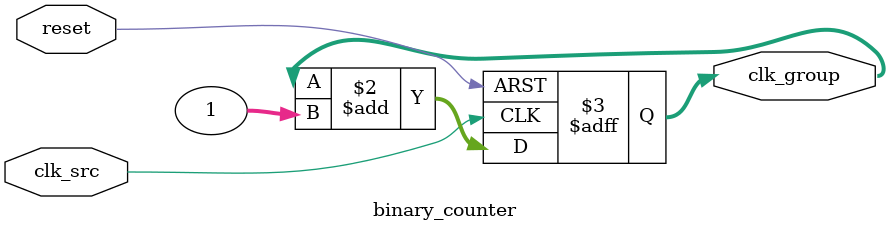
<source format=v>
`timescale 1ns / 1ps


module binary_counter
#(parameter LEN = 32)
(
    input clk_src,
    input reset,
    output reg [(LEN-1): 0] clk_group
);
    
    always @(posedge clk_src or posedge reset) begin
        if (reset) clk_group <= {(LEN){1'b0}};
        else clk_group <= clk_group + 1;
    end
endmodule

</source>
